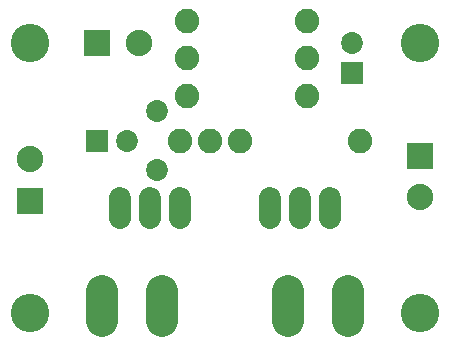
<source format=gts>
G75*
%MOIN*%
%OFA0B0*%
%FSLAX24Y24*%
%IPPOS*%
%LPD*%
%AMOC8*
5,1,8,0,0,1.08239X$1,22.5*
%
%ADD10C,0.0720*%
%ADD11C,0.0730*%
%ADD12R,0.0730X0.0730*%
%ADD13C,0.0820*%
%ADD14R,0.0880X0.0880*%
%ADD15C,0.0880*%
%ADD16C,0.1280*%
%ADD17C,0.1080*%
D10*
X004680Y004860D02*
X004680Y005500D01*
X005680Y005500D02*
X005680Y004860D01*
X006680Y004860D02*
X006680Y005500D01*
X009680Y005500D02*
X009680Y004860D01*
X010680Y004860D02*
X010680Y005500D01*
X011680Y005500D02*
X011680Y004860D01*
D11*
X005930Y006446D03*
X004930Y007430D03*
X005930Y008414D03*
X012430Y010680D03*
D12*
X012430Y009680D03*
X003930Y007430D03*
D13*
X006680Y007430D03*
X007680Y007430D03*
X008680Y007430D03*
X006930Y008930D03*
X006930Y010180D03*
X006930Y011430D03*
X010930Y011430D03*
X010930Y010180D03*
X010930Y008930D03*
X012680Y007430D03*
D14*
X014680Y006930D03*
X003930Y010680D03*
X001680Y005430D03*
D15*
X001680Y006808D03*
X005308Y010680D03*
X014680Y005552D03*
D16*
X001680Y001680D03*
X001680Y010680D03*
X014680Y010680D03*
X014680Y001680D03*
D17*
X012280Y001430D02*
X012280Y002430D01*
X010280Y002430D02*
X010280Y001430D01*
X006080Y001430D02*
X006080Y002430D01*
X004080Y002430D02*
X004080Y001430D01*
M02*

</source>
